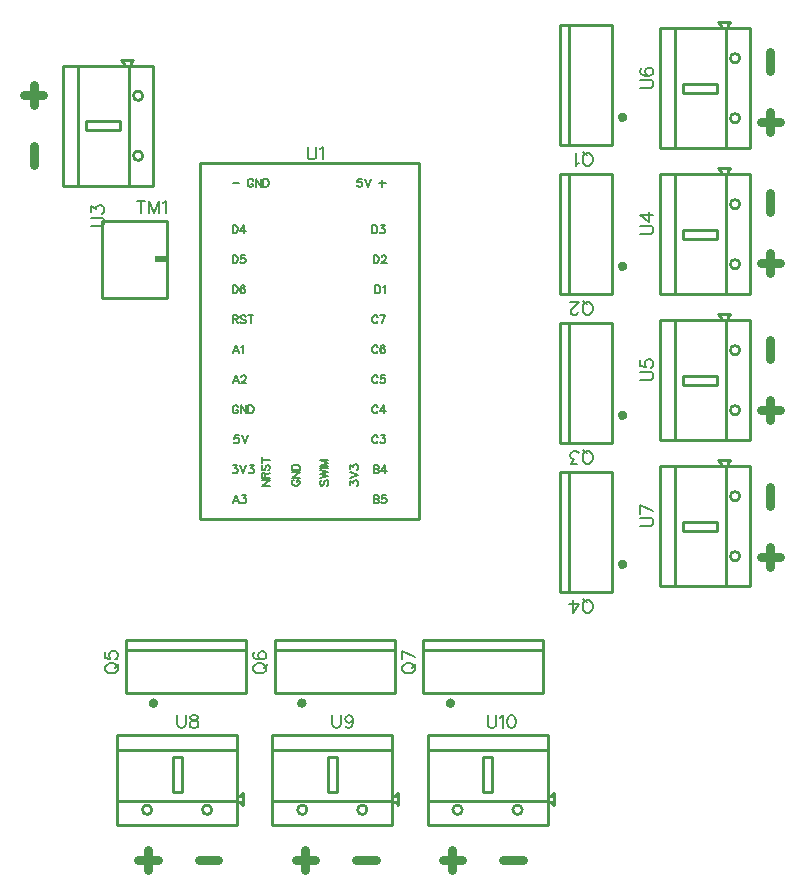
<source format=gto>
G04 Layer: TopSilkscreenLayer*
G04 EasyEDA v6.5.9, 2022-12-07 18:08:41*
G04 6f40e2f5e4d2417a89e148ba27438c90,5dd06754fdd742daa6fe38bf62b7df6b,10*
G04 Gerber Generator version 0.2*
G04 Scale: 100 percent, Rotated: No, Reflected: No *
G04 Dimensions in millimeters *
G04 leading zeros omitted , absolute positions ,4 integer and 5 decimal *
%FSLAX45Y45*%
%MOMM*%

%ADD10C,0.8000*%
%ADD11C,0.1524*%
%ADD12C,0.2032*%
%ADD13C,0.2540*%
%ADD14C,0.4000*%
%ADD15C,0.0107*%

%LPD*%
D10*
X839792Y6876542D02*
G01*
X673676Y6876542D01*
X756734Y6959600D02*
G01*
X756734Y6793229D01*
X756734Y6447789D02*
G01*
X756734Y6281673D01*
X1723458Y482092D02*
G01*
X1723458Y315976D01*
X1640400Y399034D02*
G01*
X1806770Y399034D01*
X2152210Y399034D02*
G01*
X2318326Y399034D01*
X3056958Y482092D02*
G01*
X3056958Y315976D01*
X2973900Y399034D02*
G01*
X3140270Y399034D01*
X3485710Y399034D02*
G01*
X3651826Y399034D01*
X4301558Y482092D02*
G01*
X4301558Y315976D01*
X4218500Y399034D02*
G01*
X4384870Y399034D01*
X4730310Y399034D02*
G01*
X4896426Y399034D01*
X6911408Y2965957D02*
G01*
X7077524Y2965957D01*
X6994466Y2882900D02*
G01*
X6994466Y3049270D01*
X6994466Y3394710D02*
G01*
X6994466Y3560826D01*
X6911408Y4210557D02*
G01*
X7077524Y4210557D01*
X6994466Y4127500D02*
G01*
X6994466Y4293870D01*
X6994466Y4639310D02*
G01*
X6994466Y4805426D01*
X6911408Y5455157D02*
G01*
X7077524Y5455157D01*
X6994466Y5372100D02*
G01*
X6994466Y5538470D01*
X6994466Y5883910D02*
G01*
X6994466Y6050026D01*
X6911408Y6648958D02*
G01*
X7077524Y6648958D01*
X6994466Y6565900D02*
G01*
X6994466Y6732270D01*
X6994466Y7077710D02*
G01*
X6994466Y7243826D01*
D11*
X1245684Y5765863D02*
G01*
X1323662Y5765863D01*
X1339156Y5770943D01*
X1349570Y5781357D01*
X1354650Y5797105D01*
X1354650Y5807519D01*
X1349570Y5823013D01*
X1339156Y5833427D01*
X1323662Y5838507D01*
X1245684Y5838507D01*
X1245684Y5883211D02*
G01*
X1245684Y5940361D01*
X1287340Y5909373D01*
X1287340Y5924867D01*
X1292420Y5935281D01*
X1297500Y5940361D01*
X1313248Y5945695D01*
X1323662Y5945695D01*
X1339156Y5940361D01*
X1349570Y5929947D01*
X1354650Y5914453D01*
X1354650Y5898959D01*
X1349570Y5883211D01*
X1344490Y5878131D01*
X1334076Y5872797D01*
X5457258Y6277018D02*
G01*
X5467672Y6282098D01*
X5478086Y6292512D01*
X5483420Y6302926D01*
X5488500Y6318674D01*
X5488500Y6344582D01*
X5483420Y6360076D01*
X5478086Y6370490D01*
X5467672Y6380904D01*
X5457258Y6385984D01*
X5436430Y6385984D01*
X5426270Y6380904D01*
X5415856Y6370490D01*
X5410522Y6360076D01*
X5405442Y6344582D01*
X5405442Y6318674D01*
X5410522Y6302926D01*
X5415856Y6292512D01*
X5426270Y6282098D01*
X5436430Y6277018D01*
X5457258Y6277018D01*
X5441764Y6365410D02*
G01*
X5410522Y6396398D01*
X5371152Y6297846D02*
G01*
X5360738Y6292512D01*
X5344990Y6277018D01*
X5344990Y6385984D01*
X5457258Y5015484D02*
G01*
X5467672Y5020563D01*
X5478086Y5030978D01*
X5483420Y5041392D01*
X5488500Y5057139D01*
X5488500Y5083047D01*
X5483420Y5098542D01*
X5478086Y5108955D01*
X5467672Y5119370D01*
X5457258Y5124450D01*
X5436430Y5124450D01*
X5426270Y5119370D01*
X5415856Y5108955D01*
X5410522Y5098542D01*
X5405442Y5083047D01*
X5405442Y5057139D01*
X5410522Y5041392D01*
X5415856Y5030978D01*
X5426270Y5020563D01*
X5436430Y5015484D01*
X5457258Y5015484D01*
X5441764Y5103876D02*
G01*
X5410522Y5134863D01*
X5365818Y5041392D02*
G01*
X5365818Y5036312D01*
X5360738Y5025897D01*
X5355404Y5020563D01*
X5344990Y5015484D01*
X5324416Y5015484D01*
X5314002Y5020563D01*
X5308668Y5025897D01*
X5303588Y5036312D01*
X5303588Y5046726D01*
X5308668Y5057139D01*
X5319082Y5072634D01*
X5371152Y5124450D01*
X5298254Y5124450D01*
X5457258Y3753952D02*
G01*
X5467672Y3759032D01*
X5478086Y3769446D01*
X5483420Y3779860D01*
X5488500Y3795608D01*
X5488500Y3821516D01*
X5483420Y3837010D01*
X5478086Y3847424D01*
X5467672Y3857838D01*
X5457258Y3862918D01*
X5436430Y3862918D01*
X5426270Y3857838D01*
X5415856Y3847424D01*
X5410522Y3837010D01*
X5405442Y3821516D01*
X5405442Y3795608D01*
X5410522Y3779860D01*
X5415856Y3769446D01*
X5426270Y3759032D01*
X5436430Y3753952D01*
X5457258Y3753952D01*
X5441764Y3842344D02*
G01*
X5410522Y3873332D01*
X5360738Y3753952D02*
G01*
X5303588Y3753952D01*
X5334830Y3795608D01*
X5319082Y3795608D01*
X5308668Y3800688D01*
X5303588Y3805768D01*
X5298254Y3821516D01*
X5298254Y3831930D01*
X5303588Y3847424D01*
X5314002Y3857838D01*
X5329496Y3862918D01*
X5344990Y3862918D01*
X5360738Y3857838D01*
X5365818Y3852758D01*
X5371152Y3842344D01*
X5457258Y2492418D02*
G01*
X5467672Y2497498D01*
X5478086Y2507912D01*
X5483420Y2518326D01*
X5488500Y2534074D01*
X5488500Y2559982D01*
X5483420Y2575476D01*
X5478086Y2585890D01*
X5467672Y2596304D01*
X5457258Y2601384D01*
X5436430Y2601384D01*
X5426270Y2596304D01*
X5415856Y2585890D01*
X5410522Y2575476D01*
X5405442Y2559982D01*
X5405442Y2534074D01*
X5410522Y2518326D01*
X5415856Y2507912D01*
X5426270Y2497498D01*
X5436430Y2492418D01*
X5457258Y2492418D01*
X5441764Y2580810D02*
G01*
X5410522Y2611798D01*
X5319082Y2492418D02*
G01*
X5371152Y2565062D01*
X5293174Y2565062D01*
X5319082Y2492418D02*
G01*
X5319082Y2601384D01*
X1359984Y2012442D02*
G01*
X1365064Y2002028D01*
X1375478Y1991613D01*
X1385892Y1986279D01*
X1401640Y1981200D01*
X1427548Y1981200D01*
X1443042Y1986279D01*
X1453456Y1991613D01*
X1463870Y2002028D01*
X1468950Y2012442D01*
X1468950Y2033270D01*
X1463870Y2043429D01*
X1453456Y2053844D01*
X1443042Y2059178D01*
X1427548Y2064257D01*
X1401640Y2064257D01*
X1385892Y2059178D01*
X1375478Y2053844D01*
X1365064Y2043429D01*
X1359984Y2033270D01*
X1359984Y2012442D01*
X1448376Y2027936D02*
G01*
X1479364Y2059178D01*
X1359984Y2161031D02*
G01*
X1359984Y2108962D01*
X1406720Y2103881D01*
X1401640Y2108962D01*
X1396306Y2124710D01*
X1396306Y2140204D01*
X1401640Y2155697D01*
X1411800Y2166112D01*
X1427548Y2171445D01*
X1437962Y2171445D01*
X1453456Y2166112D01*
X1463870Y2155697D01*
X1468950Y2140204D01*
X1468950Y2124710D01*
X1463870Y2108962D01*
X1458790Y2103881D01*
X1448376Y2098547D01*
X2617284Y2012439D02*
G01*
X2622364Y2002025D01*
X2632778Y1991611D01*
X2643192Y1986277D01*
X2658940Y1981197D01*
X2684848Y1981197D01*
X2700342Y1986277D01*
X2710756Y1991611D01*
X2721170Y2002025D01*
X2726250Y2012439D01*
X2726250Y2033267D01*
X2721170Y2043427D01*
X2710756Y2053841D01*
X2700342Y2059175D01*
X2684848Y2064255D01*
X2658940Y2064255D01*
X2643192Y2059175D01*
X2632778Y2053841D01*
X2622364Y2043427D01*
X2617284Y2033267D01*
X2617284Y2012439D01*
X2705676Y2027933D02*
G01*
X2736664Y2059175D01*
X2632778Y2161029D02*
G01*
X2622364Y2155695D01*
X2617284Y2140201D01*
X2617284Y2129787D01*
X2622364Y2114293D01*
X2638112Y2103879D01*
X2664020Y2098545D01*
X2689928Y2098545D01*
X2710756Y2103879D01*
X2721170Y2114293D01*
X2726250Y2129787D01*
X2726250Y2134867D01*
X2721170Y2150615D01*
X2710756Y2161029D01*
X2695262Y2166109D01*
X2689928Y2166109D01*
X2674434Y2161029D01*
X2664020Y2150615D01*
X2658940Y2134867D01*
X2658940Y2129787D01*
X2664020Y2114293D01*
X2674434Y2103879D01*
X2689928Y2098545D01*
X3874584Y2012439D02*
G01*
X3879664Y2002025D01*
X3890078Y1991611D01*
X3900492Y1986277D01*
X3916240Y1981197D01*
X3942148Y1981197D01*
X3957642Y1986277D01*
X3968056Y1991611D01*
X3978470Y2002025D01*
X3983550Y2012439D01*
X3983550Y2033267D01*
X3978470Y2043427D01*
X3968056Y2053841D01*
X3957642Y2059175D01*
X3942148Y2064255D01*
X3916240Y2064255D01*
X3900492Y2059175D01*
X3890078Y2053841D01*
X3879664Y2043427D01*
X3874584Y2033267D01*
X3874584Y2012439D01*
X3962976Y2027933D02*
G01*
X3993964Y2059175D01*
X3874584Y2171443D02*
G01*
X3983550Y2119373D01*
X3874584Y2098545D02*
G01*
X3874584Y2171443D01*
X1664022Y5982715D02*
G01*
X1664022Y5873750D01*
X1627700Y5982715D02*
G01*
X1700344Y5982715D01*
X1734634Y5982715D02*
G01*
X1734634Y5873750D01*
X1734634Y5982715D02*
G01*
X1776290Y5873750D01*
X1817946Y5982715D02*
G01*
X1776290Y5873750D01*
X1817946Y5982715D02*
G01*
X1817946Y5873750D01*
X1852236Y5961887D02*
G01*
X1862650Y5967221D01*
X1878144Y5982715D01*
X1878144Y5873750D01*
X3075500Y6439915D02*
G01*
X3075500Y6361937D01*
X3080580Y6346444D01*
X3090994Y6336029D01*
X3106742Y6330950D01*
X3117156Y6330950D01*
X3132650Y6336029D01*
X3143064Y6346444D01*
X3148144Y6361937D01*
X3148144Y6439915D01*
X3182434Y6419087D02*
G01*
X3192848Y6424421D01*
X3208596Y6439915D01*
X3208596Y6330950D01*
D12*
X3436688Y3575050D02*
G01*
X3436688Y3610102D01*
X3462088Y3591052D01*
X3462088Y3600450D01*
X3465390Y3606800D01*
X3468438Y3610102D01*
X3478090Y3613150D01*
X3484440Y3613150D01*
X3493838Y3610102D01*
X3500188Y3603752D01*
X3503490Y3594100D01*
X3503490Y3584702D01*
X3500188Y3575050D01*
X3497140Y3572002D01*
X3490790Y3568700D01*
X3436688Y3634231D02*
G01*
X3503490Y3659631D01*
X3436688Y3685031D02*
G01*
X3503490Y3659631D01*
X3436688Y3712463D02*
G01*
X3436688Y3747515D01*
X3462088Y3728465D01*
X3462088Y3737863D01*
X3465390Y3744213D01*
X3468438Y3747515D01*
X3478090Y3750818D01*
X3484440Y3750818D01*
X3493838Y3747515D01*
X3500188Y3741165D01*
X3503490Y3731513D01*
X3503490Y3722115D01*
X3500188Y3712463D01*
X3497140Y3709415D01*
X3490790Y3706113D01*
X2957390Y3616452D02*
G01*
X2950786Y3613150D01*
X2944436Y3606800D01*
X2941388Y3600450D01*
X2941388Y3587750D01*
X2944436Y3581400D01*
X2950786Y3575050D01*
X2957390Y3572002D01*
X2966788Y3568700D01*
X2982790Y3568700D01*
X2992188Y3572002D01*
X2998538Y3575050D01*
X3004888Y3581400D01*
X3008190Y3587750D01*
X3008190Y3600450D01*
X3004888Y3606800D01*
X2998538Y3613150D01*
X2992188Y3616452D01*
X2982790Y3616452D01*
X2982790Y3600450D02*
G01*
X2982790Y3616452D01*
X2941388Y3637534D02*
G01*
X3008190Y3637534D01*
X2941388Y3637534D02*
G01*
X3008190Y3681984D01*
X2941388Y3681984D02*
G01*
X3008190Y3681984D01*
X2941388Y3703065D02*
G01*
X3008190Y3703065D01*
X2941388Y3703065D02*
G01*
X2941388Y3725163D01*
X2944436Y3734815D01*
X2950786Y3741165D01*
X2957390Y3744213D01*
X2966788Y3747515D01*
X2982790Y3747515D01*
X2992188Y3744213D01*
X2998538Y3741165D01*
X3004888Y3734815D01*
X3008190Y3725163D01*
X3008190Y3703065D01*
X3192086Y3613150D02*
G01*
X3185736Y3606800D01*
X3182688Y3597402D01*
X3182688Y3584702D01*
X3185736Y3575050D01*
X3192086Y3568700D01*
X3198690Y3568700D01*
X3205040Y3572002D01*
X3208088Y3575050D01*
X3211390Y3581400D01*
X3217740Y3600450D01*
X3220788Y3606800D01*
X3224090Y3610102D01*
X3230440Y3613150D01*
X3239838Y3613150D01*
X3246188Y3606800D01*
X3249490Y3597402D01*
X3249490Y3584702D01*
X3246188Y3575050D01*
X3239838Y3568700D01*
X3182688Y3634231D02*
G01*
X3249490Y3650234D01*
X3182688Y3665981D02*
G01*
X3249490Y3650234D01*
X3182688Y3665981D02*
G01*
X3249490Y3681984D01*
X3182688Y3697986D02*
G01*
X3249490Y3681984D01*
X3182688Y3718813D02*
G01*
X3249490Y3718813D01*
X3182688Y3739895D02*
G01*
X3249490Y3739895D01*
X3182688Y3739895D02*
G01*
X3249490Y3765295D01*
X3182688Y3790695D02*
G01*
X3249490Y3765295D01*
X3182688Y3790695D02*
G01*
X3249490Y3790695D01*
X2687388Y3568700D02*
G01*
X2754190Y3568700D01*
X2687388Y3568700D02*
G01*
X2754190Y3613150D01*
X2687388Y3613150D02*
G01*
X2754190Y3613150D01*
X2687388Y3634231D02*
G01*
X2754190Y3634231D01*
X2687388Y3634231D02*
G01*
X2687388Y3662934D01*
X2690436Y3672331D01*
X2693738Y3675634D01*
X2700088Y3678681D01*
X2706438Y3678681D01*
X2712788Y3675634D01*
X2716090Y3672331D01*
X2719138Y3662934D01*
X2719138Y3634231D01*
X2719138Y3656584D02*
G01*
X2754190Y3678681D01*
X2696786Y3744213D02*
G01*
X2690436Y3737863D01*
X2687388Y3728465D01*
X2687388Y3715765D01*
X2690436Y3706113D01*
X2696786Y3699763D01*
X2703390Y3699763D01*
X2709740Y3703065D01*
X2712788Y3706113D01*
X2716090Y3712463D01*
X2722440Y3731513D01*
X2725488Y3737863D01*
X2728790Y3741165D01*
X2735140Y3744213D01*
X2744538Y3744213D01*
X2750888Y3737863D01*
X2754190Y3728465D01*
X2754190Y3715765D01*
X2750888Y3706113D01*
X2744538Y3699763D01*
X2687388Y3787647D02*
G01*
X2754190Y3787647D01*
X2687388Y3765295D02*
G01*
X2687388Y3810000D01*
X2465900Y3486912D02*
G01*
X2440500Y3420110D01*
X2465900Y3486912D02*
G01*
X2491300Y3420110D01*
X2450152Y3442462D02*
G01*
X2481902Y3442462D01*
X2518732Y3486912D02*
G01*
X2553784Y3486912D01*
X2534734Y3461512D01*
X2544132Y3461512D01*
X2550482Y3458210D01*
X2553784Y3455162D01*
X2556832Y3445510D01*
X2556832Y3439160D01*
X2553784Y3429762D01*
X2547434Y3423412D01*
X2537782Y3420110D01*
X2528384Y3420110D01*
X2518732Y3423412D01*
X2515684Y3426460D01*
X2512382Y3432810D01*
X2446850Y3740912D02*
G01*
X2481902Y3740912D01*
X2462852Y3715512D01*
X2472250Y3715512D01*
X2478600Y3712210D01*
X2481902Y3709162D01*
X2484950Y3699510D01*
X2484950Y3693160D01*
X2481902Y3683762D01*
X2475552Y3677412D01*
X2465900Y3674110D01*
X2456502Y3674110D01*
X2446850Y3677412D01*
X2443802Y3680460D01*
X2440500Y3686810D01*
X2506032Y3740912D02*
G01*
X2531432Y3674110D01*
X2556832Y3740912D02*
G01*
X2531432Y3674110D01*
X2584264Y3740912D02*
G01*
X2619316Y3740912D01*
X2600266Y3715512D01*
X2609664Y3715512D01*
X2616014Y3712210D01*
X2619316Y3709162D01*
X2622618Y3699510D01*
X2622618Y3693160D01*
X2619316Y3683762D01*
X2612966Y3677412D01*
X2603314Y3674110D01*
X2593916Y3674110D01*
X2584264Y3677412D01*
X2581216Y3680460D01*
X2577914Y3686810D01*
X2491300Y3994912D02*
G01*
X2459550Y3994912D01*
X2456502Y3966210D01*
X2459550Y3969512D01*
X2469202Y3972560D01*
X2478600Y3972560D01*
X2488252Y3969512D01*
X2494602Y3963162D01*
X2497650Y3953510D01*
X2497650Y3947160D01*
X2494602Y3937762D01*
X2488252Y3931412D01*
X2478600Y3928110D01*
X2469202Y3928110D01*
X2459550Y3931412D01*
X2456502Y3934460D01*
X2453200Y3940810D01*
X2518732Y3994912D02*
G01*
X2544132Y3928110D01*
X2569532Y3994912D02*
G01*
X2544132Y3928110D01*
X2488252Y4232910D02*
G01*
X2484950Y4239513D01*
X2478600Y4245863D01*
X2472250Y4248912D01*
X2459550Y4248912D01*
X2453200Y4245863D01*
X2446850Y4239513D01*
X2443802Y4232910D01*
X2440500Y4223512D01*
X2440500Y4207510D01*
X2443802Y4198112D01*
X2446850Y4191762D01*
X2453200Y4185412D01*
X2459550Y4182110D01*
X2472250Y4182110D01*
X2478600Y4185412D01*
X2484950Y4191762D01*
X2488252Y4198112D01*
X2488252Y4207510D01*
X2472250Y4207510D02*
G01*
X2488252Y4207510D01*
X2509334Y4248912D02*
G01*
X2509334Y4182110D01*
X2509334Y4248912D02*
G01*
X2553784Y4182110D01*
X2553784Y4248912D02*
G01*
X2553784Y4182110D01*
X2574866Y4248912D02*
G01*
X2574866Y4182110D01*
X2574866Y4248912D02*
G01*
X2596964Y4248912D01*
X2606616Y4245863D01*
X2612966Y4239513D01*
X2616014Y4232910D01*
X2619316Y4223512D01*
X2619316Y4207510D01*
X2616014Y4198112D01*
X2612966Y4191762D01*
X2606616Y4185412D01*
X2596964Y4182110D01*
X2574866Y4182110D01*
X2465900Y4502912D02*
G01*
X2440500Y4436110D01*
X2465900Y4502912D02*
G01*
X2491300Y4436110D01*
X2450152Y4458462D02*
G01*
X2481902Y4458462D01*
X2515684Y4486910D02*
G01*
X2515684Y4490212D01*
X2518732Y4496562D01*
X2522034Y4499863D01*
X2528384Y4502912D01*
X2541084Y4502912D01*
X2547434Y4499863D01*
X2550482Y4496562D01*
X2553784Y4490212D01*
X2553784Y4483862D01*
X2550482Y4477512D01*
X2544132Y4467860D01*
X2512382Y4436110D01*
X2556832Y4436110D01*
X2465900Y4756912D02*
G01*
X2440500Y4690110D01*
X2465900Y4756912D02*
G01*
X2491300Y4690110D01*
X2450152Y4712462D02*
G01*
X2481902Y4712462D01*
X2512382Y4744212D02*
G01*
X2518732Y4747513D01*
X2528384Y4756912D01*
X2528384Y4690110D01*
X2440500Y5010912D02*
G01*
X2440500Y4944110D01*
X2440500Y5010912D02*
G01*
X2469202Y5010912D01*
X2478600Y5007863D01*
X2481902Y5004562D01*
X2484950Y4998212D01*
X2484950Y4991862D01*
X2481902Y4985512D01*
X2478600Y4982210D01*
X2469202Y4979162D01*
X2440500Y4979162D01*
X2462852Y4979162D02*
G01*
X2484950Y4944110D01*
X2550482Y5001513D02*
G01*
X2544132Y5007863D01*
X2534734Y5010912D01*
X2522034Y5010912D01*
X2512382Y5007863D01*
X2506032Y5001513D01*
X2506032Y4994910D01*
X2509334Y4988560D01*
X2512382Y4985512D01*
X2518732Y4982210D01*
X2537782Y4975860D01*
X2544132Y4972812D01*
X2547434Y4969510D01*
X2550482Y4963160D01*
X2550482Y4953762D01*
X2544132Y4947412D01*
X2534734Y4944110D01*
X2522034Y4944110D01*
X2512382Y4947412D01*
X2506032Y4953762D01*
X2593916Y5010912D02*
G01*
X2593916Y4944110D01*
X2571564Y5010912D02*
G01*
X2616014Y5010912D01*
X2440500Y5264912D02*
G01*
X2440500Y5198110D01*
X2440500Y5264912D02*
G01*
X2462852Y5264912D01*
X2472250Y5261863D01*
X2478600Y5255513D01*
X2481902Y5248910D01*
X2484950Y5239512D01*
X2484950Y5223510D01*
X2481902Y5214112D01*
X2478600Y5207762D01*
X2472250Y5201412D01*
X2462852Y5198110D01*
X2440500Y5198110D01*
X2544132Y5255513D02*
G01*
X2541084Y5261863D01*
X2531432Y5264912D01*
X2525082Y5264912D01*
X2515684Y5261863D01*
X2509334Y5252212D01*
X2506032Y5236210D01*
X2506032Y5220462D01*
X2509334Y5207762D01*
X2515684Y5201412D01*
X2525082Y5198110D01*
X2528384Y5198110D01*
X2537782Y5201412D01*
X2544132Y5207762D01*
X2547434Y5217160D01*
X2547434Y5220462D01*
X2544132Y5229860D01*
X2537782Y5236210D01*
X2528384Y5239512D01*
X2525082Y5239512D01*
X2515684Y5236210D01*
X2509334Y5229860D01*
X2506032Y5220462D01*
X2440500Y5518912D02*
G01*
X2440500Y5452110D01*
X2440500Y5518912D02*
G01*
X2462852Y5518912D01*
X2472250Y5515863D01*
X2478600Y5509513D01*
X2481902Y5502910D01*
X2484950Y5493512D01*
X2484950Y5477510D01*
X2481902Y5468112D01*
X2478600Y5461762D01*
X2472250Y5455412D01*
X2462852Y5452110D01*
X2440500Y5452110D01*
X2544132Y5518912D02*
G01*
X2512382Y5518912D01*
X2509334Y5490210D01*
X2512382Y5493512D01*
X2522034Y5496560D01*
X2531432Y5496560D01*
X2541084Y5493512D01*
X2547434Y5487162D01*
X2550482Y5477510D01*
X2550482Y5471160D01*
X2547434Y5461762D01*
X2541084Y5455412D01*
X2531432Y5452110D01*
X2522034Y5452110D01*
X2512382Y5455412D01*
X2509334Y5458460D01*
X2506032Y5464810D01*
X2440500Y5772912D02*
G01*
X2440500Y5706110D01*
X2440500Y5772912D02*
G01*
X2462852Y5772912D01*
X2472250Y5769863D01*
X2478600Y5763513D01*
X2481902Y5756910D01*
X2484950Y5747512D01*
X2484950Y5731510D01*
X2481902Y5722112D01*
X2478600Y5715762D01*
X2472250Y5709412D01*
X2462852Y5706110D01*
X2440500Y5706110D01*
X2537782Y5772912D02*
G01*
X2506032Y5728462D01*
X2553784Y5728462D01*
X2537782Y5772912D02*
G01*
X2537782Y5706110D01*
X2440500Y6128512D02*
G01*
X2497650Y6128512D01*
X2615506Y6150610D02*
G01*
X2612204Y6157213D01*
X2605854Y6163563D01*
X2599504Y6166612D01*
X2586804Y6166612D01*
X2580454Y6163563D01*
X2574104Y6157213D01*
X2571056Y6150610D01*
X2567754Y6141212D01*
X2567754Y6125210D01*
X2571056Y6115812D01*
X2574104Y6109462D01*
X2580454Y6103112D01*
X2586804Y6099810D01*
X2599504Y6099810D01*
X2605854Y6103112D01*
X2612204Y6109462D01*
X2615506Y6115812D01*
X2615506Y6125210D01*
X2599504Y6125210D02*
G01*
X2615506Y6125210D01*
X2636588Y6166612D02*
G01*
X2636588Y6099810D01*
X2636588Y6166612D02*
G01*
X2681038Y6099810D01*
X2681038Y6166612D02*
G01*
X2681038Y6099810D01*
X2702120Y6166612D02*
G01*
X2702120Y6099810D01*
X2702120Y6166612D02*
G01*
X2724218Y6166612D01*
X2733870Y6163563D01*
X2740220Y6157213D01*
X2743522Y6150610D01*
X2746570Y6141212D01*
X2746570Y6125210D01*
X2743522Y6115812D01*
X2740220Y6109462D01*
X2733870Y6103112D01*
X2724218Y6099810D01*
X2702120Y6099810D01*
X3634300Y3486912D02*
G01*
X3634300Y3420110D01*
X3634300Y3486912D02*
G01*
X3663002Y3486912D01*
X3672400Y3483863D01*
X3675702Y3480562D01*
X3678750Y3474212D01*
X3678750Y3467862D01*
X3675702Y3461512D01*
X3672400Y3458210D01*
X3663002Y3455162D01*
X3634300Y3455162D02*
G01*
X3663002Y3455162D01*
X3672400Y3451860D01*
X3675702Y3448812D01*
X3678750Y3442462D01*
X3678750Y3432810D01*
X3675702Y3426460D01*
X3672400Y3423412D01*
X3663002Y3420110D01*
X3634300Y3420110D01*
X3737932Y3486912D02*
G01*
X3706182Y3486912D01*
X3703134Y3458210D01*
X3706182Y3461512D01*
X3715834Y3464560D01*
X3725232Y3464560D01*
X3734884Y3461512D01*
X3741234Y3455162D01*
X3744282Y3445510D01*
X3744282Y3439160D01*
X3741234Y3429762D01*
X3734884Y3423412D01*
X3725232Y3420110D01*
X3715834Y3420110D01*
X3706182Y3423412D01*
X3703134Y3426460D01*
X3699832Y3432810D01*
X3634300Y3740912D02*
G01*
X3634300Y3674110D01*
X3634300Y3740912D02*
G01*
X3663002Y3740912D01*
X3672400Y3737863D01*
X3675702Y3734562D01*
X3678750Y3728212D01*
X3678750Y3721862D01*
X3675702Y3715512D01*
X3672400Y3712210D01*
X3663002Y3709162D01*
X3634300Y3709162D02*
G01*
X3663002Y3709162D01*
X3672400Y3705860D01*
X3675702Y3702812D01*
X3678750Y3696462D01*
X3678750Y3686810D01*
X3675702Y3680460D01*
X3672400Y3677412D01*
X3663002Y3674110D01*
X3634300Y3674110D01*
X3731582Y3740912D02*
G01*
X3699832Y3696462D01*
X3747584Y3696462D01*
X3731582Y3740912D02*
G01*
X3731582Y3674110D01*
X3669352Y3978910D02*
G01*
X3666050Y3985513D01*
X3659700Y3991863D01*
X3653350Y3994912D01*
X3640650Y3994912D01*
X3634300Y3991863D01*
X3627950Y3985513D01*
X3624902Y3978910D01*
X3621600Y3969512D01*
X3621600Y3953510D01*
X3624902Y3944112D01*
X3627950Y3937762D01*
X3634300Y3931412D01*
X3640650Y3928110D01*
X3653350Y3928110D01*
X3659700Y3931412D01*
X3666050Y3937762D01*
X3669352Y3944112D01*
X3696784Y3994912D02*
G01*
X3731582Y3994912D01*
X3712532Y3969512D01*
X3722184Y3969512D01*
X3728534Y3966210D01*
X3731582Y3963162D01*
X3734884Y3953510D01*
X3734884Y3947160D01*
X3731582Y3937762D01*
X3725232Y3931412D01*
X3715834Y3928110D01*
X3706182Y3928110D01*
X3696784Y3931412D01*
X3693482Y3934460D01*
X3690434Y3940810D01*
X3669352Y4232910D02*
G01*
X3666050Y4239513D01*
X3659700Y4245863D01*
X3653350Y4248912D01*
X3640650Y4248912D01*
X3634300Y4245863D01*
X3627950Y4239513D01*
X3624902Y4232910D01*
X3621600Y4223512D01*
X3621600Y4207510D01*
X3624902Y4198112D01*
X3627950Y4191762D01*
X3634300Y4185412D01*
X3640650Y4182110D01*
X3653350Y4182110D01*
X3659700Y4185412D01*
X3666050Y4191762D01*
X3669352Y4198112D01*
X3722184Y4248912D02*
G01*
X3690434Y4204462D01*
X3737932Y4204462D01*
X3722184Y4248912D02*
G01*
X3722184Y4182110D01*
X3669352Y4486910D02*
G01*
X3666050Y4493513D01*
X3659700Y4499863D01*
X3653350Y4502912D01*
X3640650Y4502912D01*
X3634300Y4499863D01*
X3627950Y4493513D01*
X3624902Y4486910D01*
X3621600Y4477512D01*
X3621600Y4461510D01*
X3624902Y4452112D01*
X3627950Y4445762D01*
X3634300Y4439412D01*
X3640650Y4436110D01*
X3653350Y4436110D01*
X3659700Y4439412D01*
X3666050Y4445762D01*
X3669352Y4452112D01*
X3728534Y4502912D02*
G01*
X3696784Y4502912D01*
X3693482Y4474210D01*
X3696784Y4477512D01*
X3706182Y4480560D01*
X3715834Y4480560D01*
X3725232Y4477512D01*
X3731582Y4471162D01*
X3734884Y4461510D01*
X3734884Y4455160D01*
X3731582Y4445762D01*
X3725232Y4439412D01*
X3715834Y4436110D01*
X3706182Y4436110D01*
X3696784Y4439412D01*
X3693482Y4442460D01*
X3690434Y4448810D01*
X3669352Y4740910D02*
G01*
X3666050Y4747513D01*
X3659700Y4753863D01*
X3653350Y4756912D01*
X3640650Y4756912D01*
X3634300Y4753863D01*
X3627950Y4747513D01*
X3624902Y4740910D01*
X3621600Y4731512D01*
X3621600Y4715510D01*
X3624902Y4706112D01*
X3627950Y4699762D01*
X3634300Y4693412D01*
X3640650Y4690110D01*
X3653350Y4690110D01*
X3659700Y4693412D01*
X3666050Y4699762D01*
X3669352Y4706112D01*
X3728534Y4747513D02*
G01*
X3725232Y4753863D01*
X3715834Y4756912D01*
X3709484Y4756912D01*
X3699832Y4753863D01*
X3693482Y4744212D01*
X3690434Y4728210D01*
X3690434Y4712462D01*
X3693482Y4699762D01*
X3699832Y4693412D01*
X3709484Y4690110D01*
X3712532Y4690110D01*
X3722184Y4693412D01*
X3728534Y4699762D01*
X3731582Y4709160D01*
X3731582Y4712462D01*
X3728534Y4721860D01*
X3722184Y4728210D01*
X3712532Y4731512D01*
X3709484Y4731512D01*
X3699832Y4728210D01*
X3693482Y4721860D01*
X3690434Y4712462D01*
X3669352Y4994910D02*
G01*
X3666050Y5001513D01*
X3659700Y5007863D01*
X3653350Y5010912D01*
X3640650Y5010912D01*
X3634300Y5007863D01*
X3627950Y5001513D01*
X3624902Y4994910D01*
X3621600Y4985512D01*
X3621600Y4969510D01*
X3624902Y4960112D01*
X3627950Y4953762D01*
X3634300Y4947412D01*
X3640650Y4944110D01*
X3653350Y4944110D01*
X3659700Y4947412D01*
X3666050Y4953762D01*
X3669352Y4960112D01*
X3734884Y5010912D02*
G01*
X3703134Y4944110D01*
X3690434Y5010912D02*
G01*
X3734884Y5010912D01*
X3647000Y5264912D02*
G01*
X3647000Y5198110D01*
X3647000Y5264912D02*
G01*
X3669352Y5264912D01*
X3678750Y5261863D01*
X3685100Y5255513D01*
X3688402Y5248910D01*
X3691450Y5239512D01*
X3691450Y5223510D01*
X3688402Y5214112D01*
X3685100Y5207762D01*
X3678750Y5201412D01*
X3669352Y5198110D01*
X3647000Y5198110D01*
X3712532Y5252212D02*
G01*
X3718882Y5255513D01*
X3728534Y5264912D01*
X3728534Y5198110D01*
X3634300Y5518912D02*
G01*
X3634300Y5452110D01*
X3634300Y5518912D02*
G01*
X3656652Y5518912D01*
X3666050Y5515863D01*
X3672400Y5509513D01*
X3675702Y5502910D01*
X3678750Y5493512D01*
X3678750Y5477510D01*
X3675702Y5468112D01*
X3672400Y5461762D01*
X3666050Y5455412D01*
X3656652Y5452110D01*
X3634300Y5452110D01*
X3703134Y5502910D02*
G01*
X3703134Y5506212D01*
X3706182Y5512562D01*
X3709484Y5515863D01*
X3715834Y5518912D01*
X3728534Y5518912D01*
X3734884Y5515863D01*
X3737932Y5512562D01*
X3741234Y5506212D01*
X3741234Y5499862D01*
X3737932Y5493512D01*
X3731582Y5483860D01*
X3699832Y5452110D01*
X3744282Y5452110D01*
X3621600Y5772912D02*
G01*
X3621600Y5706110D01*
X3621600Y5772912D02*
G01*
X3643952Y5772912D01*
X3653350Y5769863D01*
X3659700Y5763513D01*
X3663002Y5756910D01*
X3666050Y5747512D01*
X3666050Y5731510D01*
X3663002Y5722112D01*
X3659700Y5715762D01*
X3653350Y5709412D01*
X3643952Y5706110D01*
X3621600Y5706110D01*
X3693482Y5772912D02*
G01*
X3728534Y5772912D01*
X3709484Y5747512D01*
X3718882Y5747512D01*
X3725232Y5744210D01*
X3728534Y5741162D01*
X3731582Y5731510D01*
X3731582Y5725160D01*
X3728534Y5715762D01*
X3722184Y5709412D01*
X3712532Y5706110D01*
X3703134Y5706110D01*
X3693482Y5709412D01*
X3690434Y5712460D01*
X3687132Y5718810D01*
X3532700Y6166612D02*
G01*
X3500950Y6166612D01*
X3497902Y6137910D01*
X3500950Y6141212D01*
X3510602Y6144260D01*
X3520000Y6144260D01*
X3529652Y6141212D01*
X3536002Y6134862D01*
X3539050Y6125210D01*
X3539050Y6118860D01*
X3536002Y6109462D01*
X3529652Y6103112D01*
X3520000Y6099810D01*
X3510602Y6099810D01*
X3500950Y6103112D01*
X3497902Y6106160D01*
X3494600Y6112510D01*
X3560132Y6166612D02*
G01*
X3585532Y6099810D01*
X3610932Y6166612D02*
G01*
X3585532Y6099810D01*
X3709738Y6157213D02*
G01*
X3709738Y6099810D01*
X3681036Y6128512D02*
G01*
X3738440Y6128512D01*
D11*
X5893884Y5698764D02*
G01*
X5971862Y5698764D01*
X5987356Y5703844D01*
X5997770Y5714258D01*
X6002850Y5730006D01*
X6002850Y5740420D01*
X5997770Y5755914D01*
X5987356Y5766328D01*
X5971862Y5771408D01*
X5893884Y5771408D01*
X5893884Y5857768D02*
G01*
X5966528Y5805698D01*
X5966528Y5883676D01*
X5893884Y5857768D02*
G01*
X6002850Y5857768D01*
X5893884Y4462632D02*
G01*
X5971862Y4462632D01*
X5987356Y4467712D01*
X5997770Y4478126D01*
X6002850Y4493874D01*
X6002850Y4504288D01*
X5997770Y4519782D01*
X5987356Y4530196D01*
X5971862Y4535276D01*
X5893884Y4535276D01*
X5893884Y4632050D02*
G01*
X5893884Y4579980D01*
X5940620Y4574900D01*
X5935540Y4579980D01*
X5930206Y4595728D01*
X5930206Y4611222D01*
X5935540Y4626716D01*
X5945700Y4637130D01*
X5961448Y4642464D01*
X5971862Y4642464D01*
X5987356Y4637130D01*
X5997770Y4626716D01*
X6002850Y4611222D01*
X6002850Y4595728D01*
X5997770Y4579980D01*
X5992690Y4574900D01*
X5982276Y4569566D01*
X5893884Y6934898D02*
G01*
X5971862Y6934898D01*
X5987356Y6939978D01*
X5997770Y6950392D01*
X6002850Y6966140D01*
X6002850Y6976554D01*
X5997770Y6992048D01*
X5987356Y7002462D01*
X5971862Y7007542D01*
X5893884Y7007542D01*
X5909378Y7104316D02*
G01*
X5898964Y7098982D01*
X5893884Y7083488D01*
X5893884Y7073074D01*
X5898964Y7057580D01*
X5914712Y7047166D01*
X5940620Y7041832D01*
X5966528Y7041832D01*
X5987356Y7047166D01*
X5997770Y7057580D01*
X6002850Y7073074D01*
X6002850Y7078408D01*
X5997770Y7093902D01*
X5987356Y7104316D01*
X5971862Y7109396D01*
X5966528Y7109396D01*
X5951034Y7104316D01*
X5940620Y7093902D01*
X5935540Y7078408D01*
X5935540Y7073074D01*
X5940620Y7057580D01*
X5951034Y7047166D01*
X5966528Y7041832D01*
X5893884Y3226498D02*
G01*
X5971862Y3226498D01*
X5987356Y3231578D01*
X5997770Y3241992D01*
X6002850Y3257740D01*
X6002850Y3268154D01*
X5997770Y3283648D01*
X5987356Y3294062D01*
X5971862Y3299142D01*
X5893884Y3299142D01*
X5893884Y3406330D02*
G01*
X6002850Y3354260D01*
X5893884Y3333432D02*
G01*
X5893884Y3406330D01*
X1971299Y1626615D02*
G01*
X1971299Y1548637D01*
X1976379Y1533144D01*
X1986793Y1522729D01*
X2002541Y1517650D01*
X2012955Y1517650D01*
X2028449Y1522729D01*
X2038863Y1533144D01*
X2043943Y1548637D01*
X2043943Y1626615D01*
X2104395Y1626615D02*
G01*
X2088647Y1621536D01*
X2083567Y1611121D01*
X2083567Y1600707D01*
X2088647Y1590294D01*
X2099061Y1584960D01*
X2119889Y1579879D01*
X2135383Y1574800D01*
X2145797Y1564386D01*
X2151131Y1553971D01*
X2151131Y1538223D01*
X2145797Y1527810D01*
X2140717Y1522729D01*
X2124969Y1517650D01*
X2104395Y1517650D01*
X2088647Y1522729D01*
X2083567Y1527810D01*
X2078233Y1538223D01*
X2078233Y1553971D01*
X2083567Y1564386D01*
X2093981Y1574800D01*
X2109475Y1579879D01*
X2130303Y1584960D01*
X2140717Y1590294D01*
X2145797Y1600707D01*
X2145797Y1611121D01*
X2140717Y1621536D01*
X2124969Y1626615D01*
X2104395Y1626615D01*
X3285749Y1626615D02*
G01*
X3285749Y1548637D01*
X3290829Y1533144D01*
X3301243Y1522729D01*
X3316991Y1517650D01*
X3327405Y1517650D01*
X3342899Y1522729D01*
X3353313Y1533144D01*
X3358393Y1548637D01*
X3358393Y1626615D01*
X3460247Y1590294D02*
G01*
X3455167Y1574800D01*
X3444753Y1564386D01*
X3429259Y1559052D01*
X3423925Y1559052D01*
X3408431Y1564386D01*
X3398017Y1574800D01*
X3392683Y1590294D01*
X3392683Y1595373D01*
X3398017Y1611121D01*
X3408431Y1621536D01*
X3423925Y1626615D01*
X3429259Y1626615D01*
X3444753Y1621536D01*
X3455167Y1611121D01*
X3460247Y1590294D01*
X3460247Y1564386D01*
X3455167Y1538223D01*
X3444753Y1522729D01*
X3429259Y1517650D01*
X3418845Y1517650D01*
X3403097Y1522729D01*
X3398017Y1533144D01*
X4600199Y1626615D02*
G01*
X4600199Y1548637D01*
X4605279Y1533144D01*
X4615693Y1522729D01*
X4631441Y1517650D01*
X4641855Y1517650D01*
X4657349Y1522729D01*
X4667763Y1533144D01*
X4672843Y1548637D01*
X4672843Y1626615D01*
X4707133Y1605787D02*
G01*
X4717547Y1611121D01*
X4733295Y1626615D01*
X4733295Y1517650D01*
X4798573Y1626615D02*
G01*
X4783079Y1621536D01*
X4772665Y1605787D01*
X4767585Y1579879D01*
X4767585Y1564386D01*
X4772665Y1538223D01*
X4783079Y1522729D01*
X4798573Y1517650D01*
X4808987Y1517650D01*
X4824735Y1522729D01*
X4835149Y1538223D01*
X4840229Y1564386D01*
X4840229Y1579879D01*
X4835149Y1605787D01*
X4824735Y1621536D01*
X4808987Y1626615D01*
X4798573Y1626615D01*
G36*
X1780082Y5511800D02*
G01*
X1780082Y5461000D01*
X1881682Y5461000D01*
X1881682Y5511800D01*
G37*
D13*
X1008303Y6108697D02*
G01*
X1008301Y7124697D01*
X1008301Y7124697D02*
G01*
X1768299Y7124697D01*
X1768299Y6108684D02*
G01*
X1008301Y6108684D01*
X1768299Y6108697D02*
G01*
X1768299Y7124697D01*
X1564200Y6108697D02*
G01*
X1564200Y7124700D01*
X1132400Y6108700D02*
G01*
X1132400Y7124702D01*
X1576900Y7124700D02*
G01*
X1576900Y7152741D01*
X1599658Y7175500D01*
X1498058Y7175500D01*
X1523458Y7150100D01*
X1523458Y7137400D01*
X1195900Y6578612D02*
G01*
X1195900Y6654812D01*
X1488000Y6654812D01*
X1488000Y6578612D01*
X1195900Y6578612D01*
X5292801Y6455834D02*
G01*
X5292801Y7471834D01*
X5653600Y6455834D02*
G01*
X5653600Y7471834D01*
X5209100Y7471834D01*
X5209100Y6455834D01*
X5653600Y6455834D01*
X5292801Y5194300D02*
G01*
X5292801Y6210300D01*
X5653600Y5194300D02*
G01*
X5653600Y6210300D01*
X5209100Y6210300D01*
X5209100Y5194300D01*
X5653600Y5194300D01*
X5292801Y3932768D02*
G01*
X5292801Y4948768D01*
X5653600Y3932768D02*
G01*
X5653600Y4948768D01*
X5209100Y4948768D01*
X5209100Y3932768D01*
X5653600Y3932768D01*
X5292801Y2671234D02*
G01*
X5292801Y3687234D01*
X5653600Y2671234D02*
G01*
X5653600Y3687234D01*
X5209100Y3687234D01*
X5209100Y2671234D01*
X5653600Y2671234D01*
X1538800Y2176899D02*
G01*
X2554800Y2176899D01*
X1538800Y1816100D02*
G01*
X2554800Y1816100D01*
X2554800Y2260600D01*
X1538800Y2260600D01*
X1538800Y1816100D01*
X2796100Y2176896D02*
G01*
X3812100Y2176896D01*
X2796100Y1816097D02*
G01*
X3812100Y1816097D01*
X3812100Y2260597D01*
X2796100Y2260597D01*
X2796100Y1816097D01*
X4053400Y2176896D02*
G01*
X5069400Y2176896D01*
X4053400Y1816097D02*
G01*
X5069400Y1816097D01*
X5069400Y2260597D01*
X4053400Y2260597D01*
X4053400Y1816097D01*
X1331714Y5811393D02*
G01*
X1881725Y5811393D01*
X1881725Y5161381D01*
X1331714Y5161381D01*
X1331714Y5811393D01*
X2161100Y6299200D02*
G01*
X4021091Y6299200D01*
X4021091Y3284194D01*
X2161100Y3284194D01*
X2161100Y6299200D01*
X6062903Y5190063D02*
G01*
X6062901Y6206063D01*
X6062901Y6206063D02*
G01*
X6822899Y6206063D01*
X6822899Y5190050D02*
G01*
X6062901Y5190050D01*
X6822899Y5190063D02*
G01*
X6822899Y6206063D01*
X6618800Y5190063D02*
G01*
X6618800Y6206065D01*
X6187000Y5190065D02*
G01*
X6187000Y6206068D01*
X6631500Y6206065D02*
G01*
X6631500Y6234107D01*
X6654258Y6256865D01*
X6552658Y6256865D01*
X6578058Y6231465D01*
X6578058Y6218765D01*
X6250500Y5659978D02*
G01*
X6250500Y5736178D01*
X6542600Y5736178D01*
X6542600Y5659978D01*
X6250500Y5659978D01*
X6062903Y3953931D02*
G01*
X6062901Y4969931D01*
X6062901Y4969931D02*
G01*
X6822899Y4969931D01*
X6822899Y3953918D02*
G01*
X6062901Y3953918D01*
X6822899Y3953931D02*
G01*
X6822899Y4969931D01*
X6618800Y3953931D02*
G01*
X6618800Y4969934D01*
X6187000Y3953934D02*
G01*
X6187000Y4969936D01*
X6631500Y4969934D02*
G01*
X6631500Y4997975D01*
X6654258Y5020734D01*
X6552658Y5020734D01*
X6578058Y4995334D01*
X6578058Y4982634D01*
X6250500Y4423846D02*
G01*
X6250500Y4500046D01*
X6542600Y4500046D01*
X6542600Y4423846D01*
X6250500Y4423846D01*
X6062903Y6426197D02*
G01*
X6062901Y7442197D01*
X6062901Y7442197D02*
G01*
X6822899Y7442197D01*
X6822899Y6426184D02*
G01*
X6062901Y6426184D01*
X6822899Y6426197D02*
G01*
X6822899Y7442197D01*
X6618800Y6426197D02*
G01*
X6618800Y7442200D01*
X6187000Y6426200D02*
G01*
X6187000Y7442202D01*
X6631500Y7442200D02*
G01*
X6631500Y7470241D01*
X6654258Y7493000D01*
X6552658Y7493000D01*
X6578058Y7467600D01*
X6578058Y7454900D01*
X6250500Y6896112D02*
G01*
X6250500Y6972312D01*
X6542600Y6972312D01*
X6542600Y6896112D01*
X6250500Y6896112D01*
X6062903Y2717797D02*
G01*
X6062901Y3733797D01*
X6062901Y3733797D02*
G01*
X6822899Y3733797D01*
X6822899Y2717784D02*
G01*
X6062901Y2717784D01*
X6822899Y2717797D02*
G01*
X6822899Y3733797D01*
X6618800Y2717797D02*
G01*
X6618800Y3733800D01*
X6187000Y2717800D02*
G01*
X6187000Y3733802D01*
X6631500Y3733800D02*
G01*
X6631500Y3761841D01*
X6654258Y3784600D01*
X6552658Y3784600D01*
X6578058Y3759200D01*
X6578058Y3746500D01*
X6250500Y3187712D02*
G01*
X6250500Y3263912D01*
X6542600Y3263912D01*
X6542600Y3187712D01*
X6250500Y3187712D01*
X1462598Y1457596D02*
G01*
X2478598Y1457599D01*
X2478598Y1457599D02*
G01*
X2478598Y697600D01*
X1462585Y697600D02*
G01*
X1462585Y1457599D01*
X1462598Y697600D02*
G01*
X2478598Y697600D01*
X1462598Y901700D02*
G01*
X2478600Y901700D01*
X1462600Y1333500D02*
G01*
X2478603Y1333500D01*
X2478600Y889000D02*
G01*
X2506642Y889000D01*
X2529400Y866241D01*
X2529400Y967841D01*
X2504000Y942441D01*
X2491300Y942441D01*
X1932513Y1270000D02*
G01*
X2008713Y1270000D01*
X2008713Y977900D01*
X1932513Y977900D01*
X1932513Y1270000D01*
X2777048Y1457596D02*
G01*
X3793048Y1457599D01*
X3793048Y1457599D02*
G01*
X3793048Y697600D01*
X2777035Y697600D02*
G01*
X2777035Y1457599D01*
X2777048Y697600D02*
G01*
X3793048Y697600D01*
X2777048Y901700D02*
G01*
X3793050Y901700D01*
X2777050Y1333500D02*
G01*
X3793053Y1333500D01*
X3793050Y889000D02*
G01*
X3821092Y889000D01*
X3843850Y866241D01*
X3843850Y967841D01*
X3818450Y942441D01*
X3805750Y942441D01*
X3246963Y1270000D02*
G01*
X3323163Y1270000D01*
X3323163Y977900D01*
X3246963Y977900D01*
X3246963Y1270000D01*
X4091498Y1457596D02*
G01*
X5107498Y1457599D01*
X5107498Y1457599D02*
G01*
X5107498Y697600D01*
X4091485Y697600D02*
G01*
X4091485Y1457599D01*
X4091498Y697600D02*
G01*
X5107498Y697600D01*
X4091498Y901700D02*
G01*
X5107500Y901700D01*
X4091500Y1333500D02*
G01*
X5107503Y1333500D01*
X5107500Y889000D02*
G01*
X5135542Y889000D01*
X5158300Y866241D01*
X5158300Y967841D01*
X5132900Y942441D01*
X5120200Y942441D01*
X4561413Y1270000D02*
G01*
X4637613Y1270000D01*
X4637613Y977900D01*
X4561413Y977900D01*
X4561413Y1270000D01*
D14*
G75*
G01*
X5722181Y6686974D02*
G03*
X5722181Y6687228I19999J127D01*
G75*
G01*
X5722181Y5425440D02*
G03*
X5722181Y5425694I19999J127D01*
G75*
G01*
X5722181Y4163908D02*
G03*
X5722181Y4164162I19999J127D01*
G75*
G01*
X5722181Y2902374D02*
G03*
X5722181Y2902628I19999J127D01*
G75*
G01*
X1769941Y1747520D02*
G03*
X1770195Y1747520I127J-20000D01*
G75*
G01*
X3027241Y1747517D02*
G03*
X3027495Y1747517I127J-19999D01*
G75*
G01*
X4284541Y1747517D02*
G03*
X4284795Y1747517I127J-19999D01*
D13*
G75*
G01
X1680558Y6362713D02*
G03X1680558Y6362713I-40157J0D01*
G75*
G01
X1680558Y6870687D02*
G03X1680558Y6870687I-40157J0D01*
G75*
G01
X6735158Y5444079D02*
G03X6735158Y5444079I-40157J0D01*
G75*
G01
X6735158Y5952053D02*
G03X6735158Y5952053I-40157J0D01*
G75*
G01
X6735158Y4207947D02*
G03X6735158Y4207947I-40157J0D01*
G75*
G01
X6735158Y4715921D02*
G03X6735158Y4715921I-40157J0D01*
G75*
G01
X6735158Y6680213D02*
G03X6735158Y6680213I-40157J0D01*
G75*
G01
X6735158Y7188187D02*
G03X6735158Y7188187I-40157J0D01*
G75*
G01
X6735158Y2971813D02*
G03X6735158Y2971813I-40157J0D01*
G75*
G01
X6735158Y3479787D02*
G03X6735158Y3479787I-40157J0D01*
G75*
G01
X1756771Y825500D02*
G03X1756771Y825500I-40157J0D01*
G75*
G01
X2264745Y825500D02*
G03X2264745Y825500I-40157J0D01*
G75*
G01
X3071221Y825500D02*
G03X3071221Y825500I-40157J0D01*
G75*
G01
X3579195Y825500D02*
G03X3579195Y825500I-40157J0D01*
G75*
G01
X4385671Y825500D02*
G03X4385671Y825500I-40157J0D01*
G75*
G01
X4893645Y825500D02*
G03X4893645Y825500I-40157J0D01*
M02*

</source>
